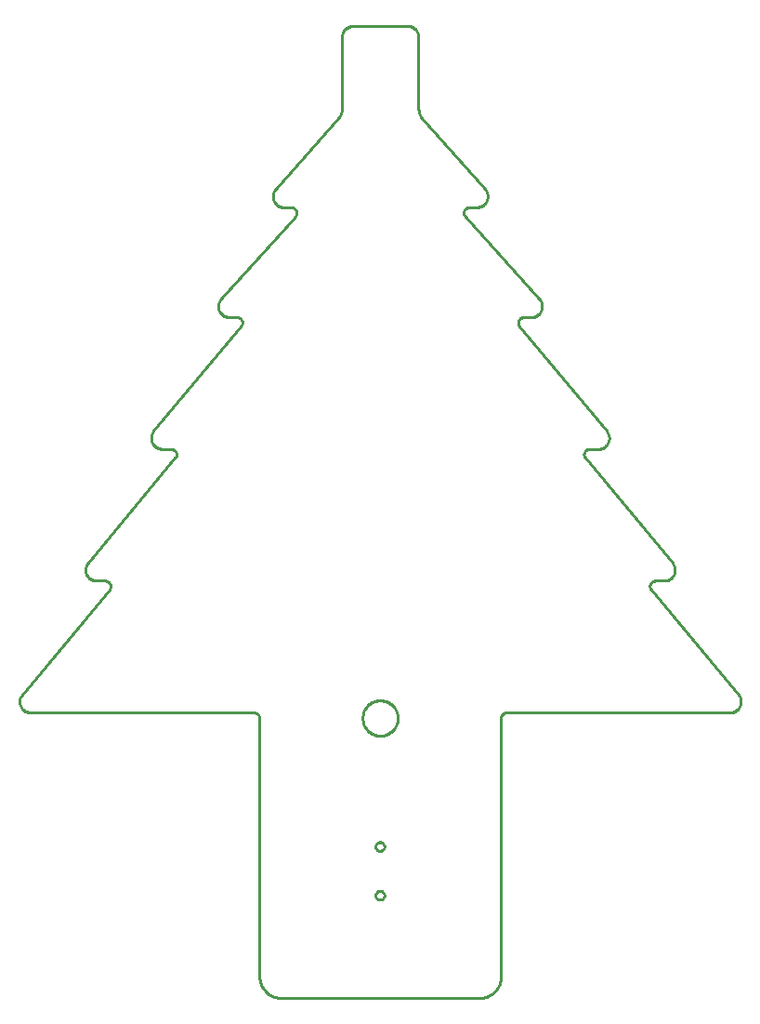
<source format=gko>
G04 EAGLE Gerber RS-274X export*
G75*
%MOMM*%
%FSLAX34Y34*%
%LPD*%
%INBoard Outline*%
%IPPOS*%
%AMOC8*
5,1,8,0,0,1.08239X$1,22.5*%
G01*
%ADD10C,0.000000*%
%ADD11C,0.254000*%


D10*
X204661Y736616D02*
X262498Y802165D01*
X262656Y802347D01*
X262808Y802534D01*
X262957Y802724D01*
X263100Y802917D01*
X263239Y803114D01*
X263373Y803314D01*
X263503Y803518D01*
X263627Y803724D01*
X263746Y803933D01*
X263861Y804146D01*
X263970Y804360D01*
X264074Y804578D01*
X264172Y804798D01*
X264266Y805020D01*
X264354Y805244D01*
X264436Y805471D01*
X264513Y805699D01*
X264585Y805929D01*
X264651Y806161D01*
X264711Y806394D01*
X264766Y806629D01*
X264815Y806865D01*
X264858Y807102D01*
X264896Y807340D01*
X264927Y807579D01*
X264954Y807819D01*
X264974Y808059D01*
X264988Y808299D01*
X264997Y808540D01*
X265000Y808781D01*
X265000Y875000D01*
X265003Y875242D01*
X265012Y875483D01*
X265026Y875724D01*
X265047Y875965D01*
X265073Y876205D01*
X265105Y876445D01*
X265143Y876684D01*
X265186Y876921D01*
X265236Y877158D01*
X265291Y877393D01*
X265351Y877627D01*
X265418Y877859D01*
X265489Y878090D01*
X265567Y878319D01*
X265650Y878546D01*
X265738Y878771D01*
X265832Y878994D01*
X265931Y879214D01*
X266036Y879432D01*
X266145Y879647D01*
X266260Y879860D01*
X266380Y880070D01*
X266505Y880276D01*
X266635Y880480D01*
X266770Y880681D01*
X266910Y880878D01*
X267054Y881072D01*
X267203Y881262D01*
X267357Y881448D01*
X267515Y881631D01*
X267677Y881810D01*
X267844Y881985D01*
X268015Y882156D01*
X268190Y882323D01*
X268369Y882485D01*
X268552Y882643D01*
X268738Y882797D01*
X268928Y882946D01*
X269122Y883090D01*
X269319Y883230D01*
X269520Y883365D01*
X269724Y883495D01*
X269930Y883620D01*
X270140Y883740D01*
X270353Y883855D01*
X270568Y883964D01*
X270786Y884069D01*
X271006Y884168D01*
X271229Y884262D01*
X271454Y884350D01*
X271681Y884433D01*
X271910Y884511D01*
X272141Y884582D01*
X272373Y884649D01*
X272607Y884709D01*
X272842Y884764D01*
X273079Y884814D01*
X273316Y884857D01*
X273555Y884895D01*
X273795Y884927D01*
X274035Y884953D01*
X274276Y884974D01*
X274517Y884988D01*
X274758Y884997D01*
X275000Y885000D01*
X325000Y885000D01*
X325242Y884997D01*
X325483Y884988D01*
X325724Y884974D01*
X325965Y884953D01*
X326205Y884927D01*
X326445Y884895D01*
X326684Y884857D01*
X326921Y884814D01*
X327158Y884764D01*
X327393Y884709D01*
X327627Y884649D01*
X327859Y884582D01*
X328090Y884511D01*
X328319Y884433D01*
X328546Y884350D01*
X328771Y884262D01*
X328994Y884168D01*
X329214Y884069D01*
X329432Y883964D01*
X329647Y883855D01*
X329860Y883740D01*
X330070Y883620D01*
X330276Y883495D01*
X330480Y883365D01*
X330681Y883230D01*
X330878Y883090D01*
X331072Y882946D01*
X331262Y882797D01*
X331448Y882643D01*
X331631Y882485D01*
X331810Y882323D01*
X331985Y882156D01*
X332156Y881985D01*
X332323Y881810D01*
X332485Y881631D01*
X332643Y881448D01*
X332797Y881262D01*
X332946Y881072D01*
X333090Y880878D01*
X333230Y880681D01*
X333365Y880480D01*
X333495Y880276D01*
X333620Y880070D01*
X333740Y879860D01*
X333855Y879647D01*
X333964Y879432D01*
X334069Y879214D01*
X334168Y878994D01*
X334262Y878771D01*
X334350Y878546D01*
X334433Y878319D01*
X334511Y878090D01*
X334582Y877859D01*
X334649Y877627D01*
X334709Y877393D01*
X334764Y877158D01*
X334814Y876921D01*
X334857Y876684D01*
X334895Y876445D01*
X334927Y876205D01*
X334953Y875965D01*
X334974Y875724D01*
X334988Y875483D01*
X334997Y875242D01*
X335000Y875000D01*
X335000Y808781D01*
X335003Y808540D01*
X335012Y808299D01*
X335026Y808059D01*
X335046Y807819D01*
X335073Y807579D01*
X335104Y807340D01*
X335142Y807102D01*
X335185Y806865D01*
X335234Y806629D01*
X335289Y806394D01*
X335349Y806161D01*
X335415Y805929D01*
X335487Y805699D01*
X335564Y805471D01*
X335646Y805244D01*
X335734Y805020D01*
X335828Y804798D01*
X335926Y804578D01*
X336030Y804360D01*
X336139Y804146D01*
X336254Y803933D01*
X336373Y803724D01*
X336497Y803518D01*
X336627Y803314D01*
X336761Y803114D01*
X336900Y802917D01*
X337043Y802724D01*
X337192Y802534D01*
X337344Y802347D01*
X337502Y802165D01*
X395339Y736616D01*
X395338Y736616D02*
X395498Y736431D01*
X395652Y736243D01*
X395802Y736050D01*
X395947Y735854D01*
X396088Y735654D01*
X396223Y735452D01*
X396354Y735245D01*
X396479Y735036D01*
X396600Y734824D01*
X396715Y734609D01*
X396825Y734391D01*
X396929Y734170D01*
X397028Y733947D01*
X397122Y733722D01*
X397210Y733494D01*
X397292Y733265D01*
X397369Y733033D01*
X397440Y732800D01*
X397506Y732564D01*
X397565Y732328D01*
X397619Y732090D01*
X397667Y731851D01*
X397709Y731610D01*
X397746Y731369D01*
X397776Y731127D01*
X397801Y730884D01*
X397819Y730641D01*
X397832Y730397D01*
X397839Y730153D01*
X397840Y729909D01*
X397834Y729665D01*
X397823Y729422D01*
X397806Y729178D01*
X397783Y728935D01*
X397754Y728693D01*
X397719Y728451D01*
X397679Y728211D01*
X397632Y727971D01*
X397580Y727733D01*
X397521Y727496D01*
X397457Y727261D01*
X397388Y727027D01*
X397312Y726795D01*
X397231Y726564D01*
X397145Y726336D01*
X397053Y726110D01*
X396955Y725887D01*
X396852Y725666D01*
X396743Y725447D01*
X396630Y725231D01*
X396511Y725018D01*
X396387Y724808D01*
X396257Y724601D01*
X396123Y724397D01*
X395984Y724197D01*
X395840Y724000D01*
X395691Y723806D01*
X395538Y723617D01*
X395380Y723431D01*
X395217Y723249D01*
X395050Y723071D01*
X394879Y722897D01*
X394703Y722727D01*
X394524Y722562D01*
X394341Y722401D01*
X394153Y722245D01*
X393962Y722093D01*
X393767Y721946D01*
X393569Y721804D01*
X393367Y721666D01*
X393162Y721534D01*
X392954Y721407D01*
X392743Y721284D01*
X392529Y721167D01*
X392312Y721056D01*
X392092Y720949D01*
X391870Y720848D01*
X391646Y720753D01*
X391419Y720662D01*
X391190Y720578D01*
X390959Y720499D01*
X390727Y720426D01*
X390492Y720358D01*
X390256Y720296D01*
X390019Y720240D01*
X389780Y720190D01*
X389540Y720146D01*
X389299Y720107D01*
X389057Y720074D01*
X388815Y720048D01*
X388571Y720027D01*
X388328Y720012D01*
X388084Y720003D01*
X387840Y720000D01*
X381227Y720000D01*
X381087Y719998D01*
X380946Y719992D01*
X380806Y719982D01*
X380666Y719968D01*
X380527Y719951D01*
X380388Y719929D01*
X380250Y719904D01*
X380113Y719874D01*
X379976Y719841D01*
X379841Y719804D01*
X379706Y719763D01*
X379573Y719719D01*
X379441Y719670D01*
X379311Y719618D01*
X379182Y719563D01*
X379054Y719503D01*
X378929Y719441D01*
X378805Y719374D01*
X378683Y719304D01*
X378563Y719231D01*
X378445Y719155D01*
X378330Y719075D01*
X378216Y718992D01*
X378106Y718906D01*
X377997Y718817D01*
X377891Y718724D01*
X377788Y718629D01*
X377687Y718531D01*
X377589Y718430D01*
X377495Y718327D01*
X377403Y718221D01*
X377314Y718112D01*
X377228Y718001D01*
X377145Y717887D01*
X377065Y717772D01*
X376989Y717654D01*
X376916Y717534D01*
X376847Y717411D01*
X376781Y717287D01*
X376718Y717162D01*
X376660Y717034D01*
X376604Y716905D01*
X376552Y716774D01*
X376504Y716642D01*
X376460Y716509D01*
X376420Y716375D01*
X376383Y716239D01*
X376350Y716103D01*
X376321Y715965D01*
X376296Y715827D01*
X376275Y715688D01*
X376257Y715549D01*
X376244Y715409D01*
X376234Y715269D01*
X376229Y715128D01*
X376227Y714988D01*
X376229Y714848D01*
X376236Y714707D01*
X376246Y714567D01*
X376260Y714427D01*
X376278Y714288D01*
X376300Y714149D01*
X376326Y714011D01*
X376355Y713874D01*
X376389Y713738D01*
X376426Y713602D01*
X376468Y713468D01*
X376512Y713335D01*
X376561Y713203D01*
X376613Y713073D01*
X376669Y712944D01*
X376729Y712817D01*
X376792Y712691D01*
X376859Y712568D01*
X376929Y712446D01*
X377002Y712326D01*
X377079Y712208D01*
X377159Y712093D01*
X377242Y711980D01*
X377329Y711869D01*
X377418Y711761D01*
X377511Y711655D01*
X377510Y711655D02*
X444979Y636690D01*
X445141Y636506D01*
X445298Y636317D01*
X445450Y636126D01*
X445598Y635930D01*
X445741Y635731D01*
X445879Y635528D01*
X446012Y635323D01*
X446140Y635114D01*
X446262Y634901D01*
X446380Y634686D01*
X446492Y634469D01*
X446599Y634248D01*
X446700Y634025D01*
X446796Y633799D01*
X446886Y633572D01*
X446971Y633342D01*
X447050Y633110D01*
X447124Y632876D01*
X447191Y632640D01*
X447253Y632403D01*
X447309Y632165D01*
X447359Y631925D01*
X447403Y631684D01*
X447442Y631442D01*
X447474Y631199D01*
X447500Y630955D01*
X447521Y630711D01*
X447535Y630466D01*
X447544Y630221D01*
X447546Y629976D01*
X447542Y629731D01*
X447533Y629486D01*
X447517Y629242D01*
X447496Y628998D01*
X447468Y628754D01*
X447435Y628511D01*
X447395Y628270D01*
X447350Y628029D01*
X447299Y627789D01*
X447241Y627551D01*
X447178Y627314D01*
X447110Y627079D01*
X447035Y626845D01*
X446955Y626614D01*
X446869Y626384D01*
X446778Y626157D01*
X446681Y625932D01*
X446579Y625709D01*
X446471Y625489D01*
X446357Y625272D01*
X446239Y625057D01*
X446115Y624846D01*
X445986Y624637D01*
X445852Y624432D01*
X445713Y624230D01*
X445570Y624032D01*
X445421Y623837D01*
X445268Y623646D01*
X445110Y623458D01*
X444947Y623275D01*
X444780Y623096D01*
X444609Y622921D01*
X444433Y622750D01*
X444253Y622583D01*
X444070Y622421D01*
X443882Y622263D01*
X443690Y622110D01*
X443495Y621962D01*
X443296Y621819D01*
X443094Y621680D01*
X442889Y621547D01*
X442680Y621419D01*
X442468Y621295D01*
X442253Y621177D01*
X442036Y621065D01*
X441815Y620957D01*
X441593Y620855D01*
X441367Y620759D01*
X441140Y620668D01*
X440910Y620583D01*
X440678Y620503D01*
X440445Y620429D01*
X440209Y620361D01*
X439972Y620299D01*
X439734Y620242D01*
X439494Y620192D01*
X439253Y620147D01*
X439011Y620108D01*
X438768Y620075D01*
X438525Y620048D01*
X438281Y620027D01*
X438036Y620012D01*
X437791Y620003D01*
X437546Y620000D01*
X430675Y620000D01*
X430535Y619998D01*
X430395Y619992D01*
X430256Y619982D01*
X430117Y619969D01*
X429978Y619951D01*
X429840Y619930D01*
X429702Y619904D01*
X429566Y619875D01*
X429430Y619842D01*
X429295Y619806D01*
X429161Y619765D01*
X429028Y619721D01*
X428897Y619673D01*
X428767Y619622D01*
X428638Y619566D01*
X428511Y619508D01*
X428386Y619445D01*
X428263Y619380D01*
X428141Y619310D01*
X428022Y619238D01*
X427904Y619162D01*
X427789Y619083D01*
X427676Y619001D01*
X427565Y618915D01*
X427457Y618827D01*
X427351Y618735D01*
X427248Y618641D01*
X427147Y618543D01*
X427050Y618443D01*
X426955Y618341D01*
X426863Y618235D01*
X426774Y618128D01*
X426688Y618017D01*
X426605Y617904D01*
X426525Y617790D01*
X426449Y617672D01*
X426376Y617553D01*
X426306Y617432D01*
X426240Y617309D01*
X426177Y617184D01*
X426118Y617057D01*
X426062Y616929D01*
X426010Y616799D01*
X425961Y616668D01*
X425917Y616536D01*
X425876Y616402D01*
X425838Y616267D01*
X425805Y616131D01*
X425775Y615995D01*
X425749Y615857D01*
X425727Y615719D01*
X425709Y615581D01*
X425695Y615441D01*
X425684Y615302D01*
X425678Y615162D01*
X425675Y615023D01*
X425676Y614883D01*
X425682Y614743D01*
X425691Y614603D01*
X425704Y614464D01*
X425721Y614325D01*
X425742Y614187D01*
X425766Y614049D01*
X425795Y613913D01*
X425827Y613776D01*
X425863Y613641D01*
X425903Y613507D01*
X425947Y613374D01*
X425994Y613243D01*
X426045Y613113D01*
X426099Y612984D01*
X426158Y612857D01*
X426219Y612731D01*
X426285Y612607D01*
X426353Y612486D01*
X426425Y612366D01*
X426501Y612248D01*
X426579Y612132D01*
X426661Y612019D01*
X426746Y611908D01*
X426834Y611799D01*
X506332Y516402D01*
X506486Y516213D01*
X506635Y516020D01*
X506779Y515824D01*
X506919Y515624D01*
X507053Y515421D01*
X507183Y515215D01*
X507307Y515005D01*
X507427Y514793D01*
X507541Y514578D01*
X507650Y514360D01*
X507753Y514139D01*
X507851Y513916D01*
X507944Y513691D01*
X508031Y513464D01*
X508113Y513234D01*
X508189Y513003D01*
X508259Y512769D01*
X508323Y512535D01*
X508382Y512298D01*
X508435Y512060D01*
X508483Y511821D01*
X508524Y511581D01*
X508560Y511340D01*
X508589Y511099D01*
X508613Y510856D01*
X508631Y510613D01*
X508643Y510370D01*
X508649Y510126D01*
X508649Y509883D01*
X508643Y509639D01*
X508632Y509396D01*
X508614Y509153D01*
X508590Y508911D01*
X508561Y508669D01*
X508526Y508428D01*
X508484Y508188D01*
X508437Y507949D01*
X508384Y507711D01*
X508326Y507474D01*
X508261Y507239D01*
X508191Y507006D01*
X508116Y506775D01*
X508034Y506545D01*
X507947Y506318D01*
X507855Y506092D01*
X507757Y505869D01*
X507654Y505648D01*
X507545Y505430D01*
X507431Y505215D01*
X507312Y505003D01*
X507188Y504793D01*
X507058Y504587D01*
X506924Y504384D01*
X506785Y504184D01*
X506640Y503987D01*
X506492Y503794D01*
X506338Y503605D01*
X506180Y503420D01*
X506018Y503238D01*
X505851Y503061D01*
X505680Y502888D01*
X505504Y502719D01*
X505325Y502554D01*
X505141Y502393D01*
X504954Y502237D01*
X504763Y502086D01*
X504569Y501940D01*
X504371Y501798D01*
X504169Y501661D01*
X503964Y501529D01*
X503756Y501402D01*
X503546Y501280D01*
X503332Y501164D01*
X503115Y501052D01*
X502896Y500946D01*
X502674Y500845D01*
X502450Y500750D01*
X502223Y500660D01*
X501995Y500576D01*
X501764Y500497D01*
X501532Y500424D01*
X501298Y500357D01*
X501062Y500295D01*
X500825Y500239D01*
X500587Y500189D01*
X500347Y500145D01*
X500106Y500107D01*
X499865Y500074D01*
X499623Y500047D01*
X499380Y500027D01*
X499137Y500012D01*
X498894Y500003D01*
X498650Y500000D01*
X490675Y500000D01*
X490535Y499998D01*
X490395Y499992D01*
X490256Y499982D01*
X490117Y499969D01*
X489978Y499951D01*
X489840Y499930D01*
X489702Y499904D01*
X489566Y499875D01*
X489430Y499842D01*
X489295Y499806D01*
X489161Y499765D01*
X489028Y499721D01*
X488897Y499673D01*
X488767Y499622D01*
X488638Y499566D01*
X488511Y499508D01*
X488386Y499445D01*
X488263Y499380D01*
X488141Y499310D01*
X488022Y499238D01*
X487904Y499162D01*
X487789Y499083D01*
X487676Y499001D01*
X487565Y498915D01*
X487457Y498827D01*
X487351Y498735D01*
X487248Y498641D01*
X487147Y498543D01*
X487050Y498443D01*
X486955Y498341D01*
X486863Y498235D01*
X486774Y498128D01*
X486688Y498017D01*
X486605Y497904D01*
X486525Y497790D01*
X486449Y497672D01*
X486376Y497553D01*
X486306Y497432D01*
X486240Y497309D01*
X486177Y497184D01*
X486118Y497057D01*
X486062Y496929D01*
X486010Y496799D01*
X485961Y496668D01*
X485917Y496536D01*
X485876Y496402D01*
X485838Y496267D01*
X485805Y496131D01*
X485775Y495995D01*
X485749Y495857D01*
X485727Y495719D01*
X485709Y495581D01*
X485695Y495441D01*
X485684Y495302D01*
X485678Y495162D01*
X485675Y495023D01*
X485676Y494883D01*
X485682Y494743D01*
X485691Y494603D01*
X485704Y494464D01*
X485721Y494325D01*
X485742Y494187D01*
X485766Y494049D01*
X485795Y493913D01*
X485827Y493776D01*
X485863Y493641D01*
X485903Y493507D01*
X485947Y493374D01*
X485994Y493243D01*
X486045Y493113D01*
X486099Y492984D01*
X486158Y492857D01*
X486219Y492731D01*
X486285Y492607D01*
X486353Y492486D01*
X486425Y492366D01*
X486501Y492248D01*
X486579Y492132D01*
X486661Y492019D01*
X486746Y491908D01*
X486834Y491799D01*
X566332Y396402D01*
X566486Y396213D01*
X566635Y396020D01*
X566779Y395824D01*
X566919Y395624D01*
X567053Y395421D01*
X567183Y395215D01*
X567307Y395005D01*
X567427Y394793D01*
X567541Y394578D01*
X567650Y394360D01*
X567753Y394139D01*
X567851Y393916D01*
X567944Y393691D01*
X568031Y393464D01*
X568113Y393234D01*
X568189Y393003D01*
X568259Y392769D01*
X568323Y392535D01*
X568382Y392298D01*
X568435Y392060D01*
X568483Y391821D01*
X568524Y391581D01*
X568560Y391340D01*
X568589Y391099D01*
X568613Y390856D01*
X568631Y390613D01*
X568643Y390370D01*
X568649Y390126D01*
X568649Y389883D01*
X568643Y389639D01*
X568632Y389396D01*
X568614Y389153D01*
X568590Y388911D01*
X568561Y388669D01*
X568526Y388428D01*
X568484Y388188D01*
X568437Y387949D01*
X568384Y387711D01*
X568326Y387474D01*
X568261Y387239D01*
X568191Y387006D01*
X568116Y386775D01*
X568034Y386545D01*
X567947Y386318D01*
X567855Y386092D01*
X567757Y385869D01*
X567654Y385648D01*
X567545Y385430D01*
X567431Y385215D01*
X567312Y385003D01*
X567188Y384793D01*
X567058Y384587D01*
X566924Y384384D01*
X566785Y384184D01*
X566640Y383987D01*
X566492Y383794D01*
X566338Y383605D01*
X566180Y383420D01*
X566018Y383238D01*
X565851Y383061D01*
X565680Y382888D01*
X565504Y382719D01*
X565325Y382554D01*
X565141Y382393D01*
X564954Y382237D01*
X564763Y382086D01*
X564569Y381940D01*
X564371Y381798D01*
X564169Y381661D01*
X563964Y381529D01*
X563756Y381402D01*
X563546Y381280D01*
X563332Y381164D01*
X563115Y381052D01*
X562896Y380946D01*
X562674Y380845D01*
X562450Y380750D01*
X562223Y380660D01*
X561995Y380576D01*
X561764Y380497D01*
X561532Y380424D01*
X561298Y380357D01*
X561062Y380295D01*
X560825Y380239D01*
X560587Y380189D01*
X560347Y380145D01*
X560106Y380107D01*
X559865Y380074D01*
X559623Y380047D01*
X559380Y380027D01*
X559137Y380012D01*
X558894Y380003D01*
X558650Y380000D01*
X550675Y380000D01*
X550535Y379998D01*
X550395Y379992D01*
X550256Y379982D01*
X550117Y379969D01*
X549978Y379951D01*
X549840Y379930D01*
X549702Y379904D01*
X549566Y379875D01*
X549430Y379842D01*
X549295Y379806D01*
X549161Y379765D01*
X549028Y379721D01*
X548897Y379673D01*
X548767Y379622D01*
X548638Y379566D01*
X548511Y379508D01*
X548386Y379445D01*
X548263Y379380D01*
X548141Y379310D01*
X548022Y379238D01*
X547904Y379162D01*
X547789Y379083D01*
X547676Y379001D01*
X547565Y378915D01*
X547457Y378827D01*
X547351Y378735D01*
X547248Y378641D01*
X547147Y378543D01*
X547050Y378443D01*
X546955Y378341D01*
X546863Y378235D01*
X546774Y378128D01*
X546688Y378017D01*
X546605Y377904D01*
X546525Y377790D01*
X546449Y377672D01*
X546376Y377553D01*
X546306Y377432D01*
X546240Y377309D01*
X546177Y377184D01*
X546118Y377057D01*
X546062Y376929D01*
X546010Y376799D01*
X545961Y376668D01*
X545917Y376536D01*
X545876Y376402D01*
X545838Y376267D01*
X545805Y376131D01*
X545775Y375995D01*
X545749Y375857D01*
X545727Y375719D01*
X545709Y375581D01*
X545695Y375441D01*
X545684Y375302D01*
X545678Y375162D01*
X545675Y375023D01*
X545676Y374883D01*
X545682Y374743D01*
X545691Y374603D01*
X545704Y374464D01*
X545721Y374325D01*
X545742Y374187D01*
X545766Y374049D01*
X545795Y373913D01*
X545827Y373776D01*
X545863Y373641D01*
X545903Y373507D01*
X545947Y373374D01*
X545994Y373243D01*
X546045Y373113D01*
X546099Y372984D01*
X546158Y372857D01*
X546219Y372731D01*
X546285Y372607D01*
X546353Y372486D01*
X546425Y372366D01*
X546501Y372248D01*
X546579Y372132D01*
X546661Y372019D01*
X546746Y371908D01*
X546834Y371799D01*
X626332Y276402D01*
X626486Y276213D01*
X626635Y276020D01*
X626779Y275824D01*
X626919Y275624D01*
X627053Y275421D01*
X627183Y275215D01*
X627307Y275005D01*
X627427Y274793D01*
X627541Y274578D01*
X627650Y274360D01*
X627753Y274139D01*
X627851Y273916D01*
X627944Y273691D01*
X628031Y273464D01*
X628113Y273234D01*
X628189Y273003D01*
X628259Y272769D01*
X628323Y272535D01*
X628382Y272298D01*
X628435Y272060D01*
X628483Y271821D01*
X628524Y271581D01*
X628560Y271340D01*
X628589Y271099D01*
X628613Y270856D01*
X628631Y270613D01*
X628643Y270370D01*
X628649Y270126D01*
X628649Y269883D01*
X628643Y269639D01*
X628632Y269396D01*
X628614Y269153D01*
X628590Y268911D01*
X628561Y268669D01*
X628526Y268428D01*
X628484Y268188D01*
X628437Y267949D01*
X628384Y267711D01*
X628326Y267474D01*
X628261Y267239D01*
X628191Y267006D01*
X628116Y266775D01*
X628034Y266545D01*
X627947Y266318D01*
X627855Y266092D01*
X627757Y265869D01*
X627654Y265648D01*
X627545Y265430D01*
X627431Y265215D01*
X627312Y265003D01*
X627188Y264793D01*
X627058Y264587D01*
X626924Y264384D01*
X626785Y264184D01*
X626640Y263987D01*
X626492Y263794D01*
X626338Y263605D01*
X626180Y263420D01*
X626018Y263238D01*
X625851Y263061D01*
X625680Y262888D01*
X625504Y262719D01*
X625325Y262554D01*
X625141Y262393D01*
X624954Y262237D01*
X624763Y262086D01*
X624569Y261940D01*
X624371Y261798D01*
X624169Y261661D01*
X623964Y261529D01*
X623756Y261402D01*
X623546Y261280D01*
X623332Y261164D01*
X623115Y261052D01*
X622896Y260946D01*
X622674Y260845D01*
X622450Y260750D01*
X622223Y260660D01*
X621995Y260576D01*
X621764Y260497D01*
X621532Y260424D01*
X621298Y260357D01*
X621062Y260295D01*
X620825Y260239D01*
X620587Y260189D01*
X620347Y260145D01*
X620106Y260107D01*
X619865Y260074D01*
X619623Y260047D01*
X619380Y260027D01*
X619137Y260012D01*
X618894Y260003D01*
X618650Y260000D01*
X415000Y260000D01*
X414860Y259998D01*
X414720Y259992D01*
X414580Y259982D01*
X414440Y259969D01*
X414301Y259951D01*
X414162Y259929D01*
X414025Y259904D01*
X413887Y259875D01*
X413751Y259842D01*
X413616Y259805D01*
X413482Y259764D01*
X413349Y259719D01*
X413217Y259671D01*
X413087Y259619D01*
X412958Y259564D01*
X412831Y259505D01*
X412705Y259442D01*
X412581Y259376D01*
X412460Y259307D01*
X412340Y259234D01*
X412222Y259157D01*
X412107Y259078D01*
X411993Y258995D01*
X411883Y258909D01*
X411774Y258820D01*
X411668Y258728D01*
X411565Y258633D01*
X411464Y258536D01*
X411367Y258435D01*
X411272Y258332D01*
X411180Y258226D01*
X411091Y258117D01*
X411005Y258007D01*
X410922Y257893D01*
X410843Y257778D01*
X410766Y257660D01*
X410693Y257540D01*
X410624Y257419D01*
X410558Y257295D01*
X410495Y257169D01*
X410436Y257042D01*
X410381Y256913D01*
X410329Y256783D01*
X410281Y256651D01*
X410236Y256518D01*
X410195Y256384D01*
X410158Y256249D01*
X410125Y256113D01*
X410096Y255975D01*
X410071Y255838D01*
X410049Y255699D01*
X410031Y255560D01*
X410018Y255420D01*
X410008Y255280D01*
X410002Y255140D01*
X410000Y255000D01*
X410000Y20000D01*
X409994Y19517D01*
X409977Y19034D01*
X409947Y18551D01*
X409907Y18070D01*
X409854Y17589D01*
X409790Y17110D01*
X409715Y16633D01*
X409627Y16157D01*
X409529Y15684D01*
X409419Y15214D01*
X409298Y14746D01*
X409165Y14281D01*
X409021Y13820D01*
X408866Y13362D01*
X408700Y12908D01*
X408523Y12458D01*
X408336Y12013D01*
X408137Y11572D01*
X407929Y11136D01*
X407709Y10706D01*
X407479Y10280D01*
X407239Y9861D01*
X406989Y9447D01*
X406729Y9040D01*
X406460Y8639D01*
X406180Y8244D01*
X405892Y7857D01*
X405593Y7476D01*
X405286Y7103D01*
X404970Y6738D01*
X404645Y6380D01*
X404312Y6030D01*
X403970Y5688D01*
X403620Y5355D01*
X403262Y5030D01*
X402897Y4714D01*
X402524Y4407D01*
X402143Y4108D01*
X401756Y3820D01*
X401361Y3540D01*
X400960Y3271D01*
X400553Y3011D01*
X400139Y2761D01*
X399720Y2521D01*
X399294Y2291D01*
X398864Y2071D01*
X398428Y1863D01*
X397987Y1664D01*
X397542Y1477D01*
X397092Y1300D01*
X396638Y1134D01*
X396180Y979D01*
X395719Y835D01*
X395254Y702D01*
X394786Y581D01*
X394316Y471D01*
X393843Y373D01*
X393367Y285D01*
X392890Y210D01*
X392411Y146D01*
X391930Y93D01*
X391449Y53D01*
X390966Y23D01*
X390483Y6D01*
X390000Y0D01*
X210000Y0D01*
X209517Y6D01*
X209034Y23D01*
X208551Y53D01*
X208070Y93D01*
X207589Y146D01*
X207110Y210D01*
X206633Y285D01*
X206157Y373D01*
X205684Y471D01*
X205214Y581D01*
X204746Y702D01*
X204281Y835D01*
X203820Y979D01*
X203362Y1134D01*
X202908Y1300D01*
X202458Y1477D01*
X202013Y1664D01*
X201572Y1863D01*
X201136Y2071D01*
X200706Y2291D01*
X200280Y2521D01*
X199861Y2761D01*
X199447Y3011D01*
X199040Y3271D01*
X198639Y3540D01*
X198244Y3820D01*
X197857Y4108D01*
X197476Y4407D01*
X197103Y4714D01*
X196738Y5030D01*
X196380Y5355D01*
X196030Y5688D01*
X195688Y6030D01*
X195355Y6380D01*
X195030Y6738D01*
X194714Y7103D01*
X194407Y7476D01*
X194108Y7857D01*
X193820Y8244D01*
X193540Y8639D01*
X193271Y9040D01*
X193011Y9447D01*
X192761Y9861D01*
X192521Y10280D01*
X192291Y10706D01*
X192071Y11136D01*
X191863Y11572D01*
X191664Y12013D01*
X191477Y12458D01*
X191300Y12908D01*
X191134Y13362D01*
X190979Y13820D01*
X190835Y14281D01*
X190702Y14746D01*
X190581Y15214D01*
X190471Y15684D01*
X190373Y16157D01*
X190285Y16633D01*
X190210Y17110D01*
X190146Y17589D01*
X190093Y18070D01*
X190053Y18551D01*
X190023Y19034D01*
X190006Y19517D01*
X190000Y20000D01*
X190000Y255000D01*
X189998Y255140D01*
X189992Y255280D01*
X189982Y255420D01*
X189969Y255560D01*
X189951Y255699D01*
X189929Y255838D01*
X189904Y255975D01*
X189875Y256113D01*
X189842Y256249D01*
X189805Y256384D01*
X189764Y256518D01*
X189719Y256651D01*
X189671Y256783D01*
X189619Y256913D01*
X189564Y257042D01*
X189505Y257169D01*
X189442Y257295D01*
X189376Y257419D01*
X189307Y257540D01*
X189234Y257660D01*
X189157Y257778D01*
X189078Y257893D01*
X188995Y258007D01*
X188909Y258117D01*
X188820Y258226D01*
X188728Y258332D01*
X188633Y258435D01*
X188536Y258536D01*
X188435Y258633D01*
X188332Y258728D01*
X188226Y258820D01*
X188117Y258909D01*
X188007Y258995D01*
X187893Y259078D01*
X187778Y259157D01*
X187660Y259234D01*
X187540Y259307D01*
X187419Y259376D01*
X187295Y259442D01*
X187169Y259505D01*
X187042Y259564D01*
X186913Y259619D01*
X186783Y259671D01*
X186651Y259719D01*
X186518Y259764D01*
X186384Y259805D01*
X186249Y259842D01*
X186113Y259875D01*
X185975Y259904D01*
X185838Y259929D01*
X185699Y259951D01*
X185560Y259969D01*
X185420Y259982D01*
X185280Y259992D01*
X185140Y259998D01*
X185000Y260000D01*
X-18650Y260000D01*
X-18894Y260003D01*
X-19137Y260012D01*
X-19380Y260027D01*
X-19623Y260047D01*
X-19865Y260074D01*
X-20106Y260107D01*
X-20347Y260145D01*
X-20587Y260189D01*
X-20825Y260239D01*
X-21062Y260295D01*
X-21298Y260357D01*
X-21532Y260424D01*
X-21764Y260497D01*
X-21995Y260576D01*
X-22223Y260660D01*
X-22450Y260750D01*
X-22674Y260845D01*
X-22896Y260946D01*
X-23115Y261052D01*
X-23332Y261164D01*
X-23545Y261280D01*
X-23756Y261402D01*
X-23964Y261529D01*
X-24169Y261661D01*
X-24371Y261798D01*
X-24569Y261940D01*
X-24763Y262086D01*
X-24954Y262237D01*
X-25141Y262393D01*
X-25325Y262554D01*
X-25504Y262719D01*
X-25680Y262888D01*
X-25851Y263061D01*
X-26018Y263238D01*
X-26180Y263420D01*
X-26338Y263605D01*
X-26492Y263794D01*
X-26640Y263987D01*
X-26785Y264184D01*
X-26924Y264384D01*
X-27058Y264587D01*
X-27188Y264793D01*
X-27312Y265003D01*
X-27431Y265215D01*
X-27545Y265430D01*
X-27654Y265648D01*
X-27757Y265869D01*
X-27855Y266092D01*
X-27947Y266318D01*
X-28034Y266545D01*
X-28116Y266775D01*
X-28191Y267006D01*
X-28261Y267239D01*
X-28326Y267474D01*
X-28384Y267711D01*
X-28437Y267949D01*
X-28484Y268188D01*
X-28526Y268428D01*
X-28561Y268669D01*
X-28590Y268911D01*
X-28614Y269153D01*
X-28632Y269396D01*
X-28643Y269639D01*
X-28649Y269883D01*
X-28649Y270126D01*
X-28643Y270370D01*
X-28631Y270613D01*
X-28613Y270856D01*
X-28589Y271099D01*
X-28560Y271340D01*
X-28524Y271581D01*
X-28483Y271821D01*
X-28435Y272060D01*
X-28382Y272298D01*
X-28323Y272535D01*
X-28259Y272769D01*
X-28189Y273003D01*
X-28113Y273234D01*
X-28031Y273464D01*
X-27944Y273691D01*
X-27851Y273916D01*
X-27753Y274139D01*
X-27650Y274360D01*
X-27541Y274578D01*
X-27427Y274793D01*
X-27307Y275005D01*
X-27183Y275215D01*
X-27053Y275421D01*
X-26919Y275624D01*
X-26779Y275824D01*
X-26635Y276020D01*
X-26486Y276213D01*
X-26332Y276402D01*
X53166Y371799D01*
X53254Y371908D01*
X53339Y372019D01*
X53421Y372132D01*
X53499Y372248D01*
X53575Y372366D01*
X53647Y372486D01*
X53715Y372607D01*
X53781Y372731D01*
X53842Y372857D01*
X53900Y372984D01*
X53955Y373113D01*
X54006Y373243D01*
X54053Y373374D01*
X54097Y373507D01*
X54137Y373641D01*
X54173Y373776D01*
X54205Y373912D01*
X54234Y374049D01*
X54258Y374187D01*
X54279Y374325D01*
X54296Y374464D01*
X54309Y374603D01*
X54318Y374743D01*
X54324Y374883D01*
X54325Y375023D01*
X54322Y375162D01*
X54316Y375302D01*
X54305Y375441D01*
X54291Y375581D01*
X54273Y375719D01*
X54251Y375857D01*
X54225Y375995D01*
X54195Y376131D01*
X54162Y376267D01*
X54124Y376402D01*
X54083Y376536D01*
X54039Y376668D01*
X53990Y376799D01*
X53938Y376929D01*
X53882Y377057D01*
X53823Y377184D01*
X53760Y377309D01*
X53694Y377432D01*
X53624Y377553D01*
X53551Y377672D01*
X53475Y377790D01*
X53395Y377905D01*
X53312Y378017D01*
X53226Y378128D01*
X53137Y378235D01*
X53045Y378341D01*
X52950Y378443D01*
X52853Y378543D01*
X52752Y378641D01*
X52649Y378735D01*
X52543Y378827D01*
X52435Y378915D01*
X52324Y379001D01*
X52211Y379083D01*
X52096Y379162D01*
X51978Y379238D01*
X51859Y379310D01*
X51737Y379380D01*
X51614Y379445D01*
X51489Y379508D01*
X51362Y379566D01*
X51233Y379622D01*
X51103Y379673D01*
X50972Y379721D01*
X50839Y379765D01*
X50705Y379806D01*
X50570Y379842D01*
X50434Y379875D01*
X50298Y379904D01*
X50160Y379930D01*
X50022Y379951D01*
X49883Y379969D01*
X49744Y379982D01*
X49605Y379992D01*
X49465Y379998D01*
X49325Y380000D01*
X41350Y380000D01*
X41106Y380003D01*
X40863Y380012D01*
X40620Y380027D01*
X40377Y380047D01*
X40135Y380074D01*
X39894Y380107D01*
X39653Y380145D01*
X39413Y380189D01*
X39175Y380239D01*
X38938Y380295D01*
X38702Y380357D01*
X38468Y380424D01*
X38236Y380497D01*
X38005Y380576D01*
X37777Y380660D01*
X37550Y380750D01*
X37326Y380845D01*
X37104Y380946D01*
X36885Y381052D01*
X36668Y381164D01*
X36455Y381280D01*
X36244Y381402D01*
X36036Y381529D01*
X35831Y381661D01*
X35629Y381798D01*
X35431Y381940D01*
X35237Y382086D01*
X35046Y382237D01*
X34859Y382393D01*
X34675Y382554D01*
X34496Y382719D01*
X34320Y382888D01*
X34149Y383061D01*
X33982Y383238D01*
X33820Y383420D01*
X33662Y383605D01*
X33508Y383794D01*
X33360Y383987D01*
X33215Y384184D01*
X33076Y384384D01*
X32942Y384587D01*
X32812Y384793D01*
X32688Y385003D01*
X32569Y385215D01*
X32455Y385430D01*
X32346Y385648D01*
X32243Y385869D01*
X32145Y386092D01*
X32053Y386318D01*
X31966Y386545D01*
X31884Y386775D01*
X31809Y387006D01*
X31739Y387239D01*
X31674Y387474D01*
X31616Y387711D01*
X31563Y387949D01*
X31516Y388188D01*
X31474Y388428D01*
X31439Y388669D01*
X31410Y388911D01*
X31386Y389153D01*
X31368Y389396D01*
X31357Y389639D01*
X31351Y389883D01*
X31351Y390126D01*
X31357Y390370D01*
X31369Y390613D01*
X31387Y390856D01*
X31411Y391099D01*
X31440Y391340D01*
X31476Y391581D01*
X31517Y391821D01*
X31565Y392060D01*
X31618Y392298D01*
X31677Y392535D01*
X31741Y392769D01*
X31811Y393003D01*
X31887Y393234D01*
X31969Y393464D01*
X32056Y393691D01*
X32149Y393916D01*
X32247Y394139D01*
X32350Y394360D01*
X32459Y394578D01*
X32573Y394793D01*
X32693Y395005D01*
X32817Y395215D01*
X32947Y395421D01*
X33081Y395624D01*
X33221Y395824D01*
X33365Y396020D01*
X33514Y396213D01*
X33668Y396402D01*
X113166Y491799D01*
X113254Y491908D01*
X113339Y492019D01*
X113421Y492132D01*
X113499Y492248D01*
X113575Y492366D01*
X113647Y492486D01*
X113715Y492607D01*
X113781Y492731D01*
X113842Y492857D01*
X113900Y492984D01*
X113955Y493113D01*
X114006Y493243D01*
X114053Y493374D01*
X114097Y493507D01*
X114137Y493641D01*
X114173Y493776D01*
X114205Y493912D01*
X114234Y494049D01*
X114258Y494187D01*
X114279Y494325D01*
X114296Y494464D01*
X114309Y494603D01*
X114318Y494743D01*
X114324Y494883D01*
X114325Y495023D01*
X114322Y495162D01*
X114316Y495302D01*
X114305Y495441D01*
X114291Y495581D01*
X114273Y495719D01*
X114251Y495857D01*
X114225Y495995D01*
X114195Y496131D01*
X114162Y496267D01*
X114124Y496402D01*
X114083Y496536D01*
X114039Y496668D01*
X113990Y496799D01*
X113938Y496929D01*
X113882Y497057D01*
X113823Y497184D01*
X113760Y497309D01*
X113694Y497432D01*
X113624Y497553D01*
X113551Y497672D01*
X113475Y497790D01*
X113395Y497905D01*
X113312Y498017D01*
X113226Y498128D01*
X113137Y498235D01*
X113045Y498341D01*
X112950Y498443D01*
X112853Y498543D01*
X112752Y498641D01*
X112649Y498735D01*
X112543Y498827D01*
X112435Y498915D01*
X112324Y499001D01*
X112211Y499083D01*
X112096Y499162D01*
X111978Y499238D01*
X111859Y499310D01*
X111737Y499380D01*
X111614Y499445D01*
X111489Y499508D01*
X111362Y499566D01*
X111233Y499622D01*
X111103Y499673D01*
X110972Y499721D01*
X110839Y499765D01*
X110705Y499806D01*
X110570Y499842D01*
X110434Y499875D01*
X110298Y499904D01*
X110160Y499930D01*
X110022Y499951D01*
X109883Y499969D01*
X109744Y499982D01*
X109605Y499992D01*
X109465Y499998D01*
X109325Y500000D01*
X101350Y500000D01*
X101106Y500003D01*
X100863Y500012D01*
X100620Y500027D01*
X100377Y500047D01*
X100135Y500074D01*
X99894Y500107D01*
X99653Y500145D01*
X99413Y500189D01*
X99175Y500239D01*
X98938Y500295D01*
X98702Y500357D01*
X98468Y500424D01*
X98236Y500497D01*
X98005Y500576D01*
X97777Y500660D01*
X97550Y500750D01*
X97326Y500845D01*
X97104Y500946D01*
X96885Y501052D01*
X96668Y501164D01*
X96455Y501280D01*
X96244Y501402D01*
X96036Y501529D01*
X95831Y501661D01*
X95629Y501798D01*
X95431Y501940D01*
X95237Y502086D01*
X95046Y502237D01*
X94859Y502393D01*
X94675Y502554D01*
X94496Y502719D01*
X94320Y502888D01*
X94149Y503061D01*
X93982Y503238D01*
X93820Y503420D01*
X93662Y503605D01*
X93508Y503794D01*
X93360Y503987D01*
X93215Y504184D01*
X93076Y504384D01*
X92942Y504587D01*
X92812Y504793D01*
X92688Y505003D01*
X92569Y505215D01*
X92455Y505430D01*
X92346Y505648D01*
X92243Y505869D01*
X92145Y506092D01*
X92053Y506318D01*
X91966Y506545D01*
X91884Y506775D01*
X91809Y507006D01*
X91739Y507239D01*
X91674Y507474D01*
X91616Y507711D01*
X91563Y507949D01*
X91516Y508188D01*
X91474Y508428D01*
X91439Y508669D01*
X91410Y508911D01*
X91386Y509153D01*
X91368Y509396D01*
X91357Y509639D01*
X91351Y509883D01*
X91351Y510126D01*
X91357Y510370D01*
X91369Y510613D01*
X91387Y510856D01*
X91411Y511099D01*
X91440Y511340D01*
X91476Y511581D01*
X91517Y511821D01*
X91565Y512060D01*
X91618Y512298D01*
X91677Y512535D01*
X91741Y512769D01*
X91811Y513003D01*
X91887Y513234D01*
X91969Y513464D01*
X92056Y513691D01*
X92149Y513916D01*
X92247Y514139D01*
X92350Y514360D01*
X92459Y514578D01*
X92573Y514793D01*
X92693Y515005D01*
X92817Y515215D01*
X92947Y515421D01*
X93081Y515624D01*
X93221Y515824D01*
X93365Y516020D01*
X93514Y516213D01*
X93668Y516402D01*
X173166Y611799D01*
X173254Y611908D01*
X173339Y612019D01*
X173421Y612132D01*
X173499Y612248D01*
X173575Y612366D01*
X173647Y612486D01*
X173715Y612607D01*
X173781Y612731D01*
X173842Y612857D01*
X173900Y612984D01*
X173955Y613113D01*
X174006Y613243D01*
X174053Y613374D01*
X174097Y613507D01*
X174137Y613641D01*
X174173Y613776D01*
X174205Y613912D01*
X174234Y614049D01*
X174258Y614187D01*
X174279Y614325D01*
X174296Y614464D01*
X174309Y614603D01*
X174318Y614743D01*
X174324Y614883D01*
X174325Y615023D01*
X174322Y615162D01*
X174316Y615302D01*
X174305Y615441D01*
X174291Y615581D01*
X174273Y615719D01*
X174251Y615857D01*
X174225Y615995D01*
X174195Y616131D01*
X174162Y616267D01*
X174124Y616402D01*
X174083Y616536D01*
X174039Y616668D01*
X173990Y616799D01*
X173938Y616929D01*
X173882Y617057D01*
X173823Y617184D01*
X173760Y617309D01*
X173694Y617432D01*
X173624Y617553D01*
X173551Y617672D01*
X173475Y617790D01*
X173395Y617905D01*
X173312Y618017D01*
X173226Y618128D01*
X173137Y618235D01*
X173045Y618341D01*
X172950Y618443D01*
X172853Y618543D01*
X172752Y618641D01*
X172649Y618735D01*
X172543Y618827D01*
X172435Y618915D01*
X172324Y619001D01*
X172211Y619083D01*
X172096Y619162D01*
X171978Y619238D01*
X171859Y619310D01*
X171737Y619380D01*
X171614Y619445D01*
X171489Y619508D01*
X171362Y619566D01*
X171233Y619622D01*
X171103Y619673D01*
X170972Y619721D01*
X170839Y619765D01*
X170705Y619806D01*
X170570Y619842D01*
X170434Y619875D01*
X170298Y619904D01*
X170160Y619930D01*
X170022Y619951D01*
X169883Y619969D01*
X169744Y619982D01*
X169605Y619992D01*
X169465Y619998D01*
X169325Y620000D01*
X162454Y620000D01*
X162209Y620003D01*
X161964Y620012D01*
X161719Y620027D01*
X161475Y620048D01*
X161232Y620075D01*
X160989Y620108D01*
X160747Y620147D01*
X160506Y620192D01*
X160266Y620242D01*
X160028Y620299D01*
X159791Y620361D01*
X159555Y620429D01*
X159322Y620503D01*
X159090Y620583D01*
X158860Y620668D01*
X158633Y620759D01*
X158407Y620855D01*
X158185Y620957D01*
X157964Y621065D01*
X157747Y621177D01*
X157532Y621295D01*
X157320Y621419D01*
X157111Y621547D01*
X156906Y621680D01*
X156704Y621819D01*
X156505Y621962D01*
X156310Y622110D01*
X156118Y622263D01*
X155930Y622421D01*
X155747Y622583D01*
X155567Y622750D01*
X155391Y622921D01*
X155220Y623096D01*
X155053Y623275D01*
X154890Y623458D01*
X154732Y623646D01*
X154579Y623837D01*
X154430Y624032D01*
X154287Y624230D01*
X154148Y624432D01*
X154014Y624637D01*
X153885Y624846D01*
X153761Y625057D01*
X153643Y625272D01*
X153529Y625489D01*
X153421Y625709D01*
X153319Y625932D01*
X153222Y626157D01*
X153131Y626384D01*
X153045Y626614D01*
X152965Y626845D01*
X152890Y627079D01*
X152822Y627314D01*
X152759Y627551D01*
X152701Y627789D01*
X152650Y628029D01*
X152605Y628270D01*
X152565Y628511D01*
X152532Y628754D01*
X152504Y628998D01*
X152483Y629242D01*
X152467Y629486D01*
X152458Y629731D01*
X152454Y629976D01*
X152456Y630221D01*
X152465Y630466D01*
X152479Y630711D01*
X152500Y630955D01*
X152526Y631199D01*
X152558Y631442D01*
X152597Y631684D01*
X152641Y631925D01*
X152691Y632165D01*
X152747Y632403D01*
X152809Y632640D01*
X152876Y632876D01*
X152950Y633110D01*
X153029Y633342D01*
X153114Y633572D01*
X153204Y633799D01*
X153300Y634025D01*
X153401Y634248D01*
X153508Y634469D01*
X153620Y634686D01*
X153738Y634901D01*
X153860Y635114D01*
X153988Y635323D01*
X154121Y635528D01*
X154259Y635731D01*
X154402Y635930D01*
X154550Y636126D01*
X154702Y636317D01*
X154859Y636506D01*
X155021Y636690D01*
X222490Y711655D01*
X222489Y711655D02*
X222582Y711761D01*
X222671Y711869D01*
X222758Y711980D01*
X222841Y712093D01*
X222921Y712208D01*
X222998Y712326D01*
X223071Y712446D01*
X223141Y712568D01*
X223208Y712691D01*
X223271Y712817D01*
X223331Y712944D01*
X223387Y713073D01*
X223439Y713203D01*
X223488Y713335D01*
X223532Y713468D01*
X223574Y713602D01*
X223611Y713738D01*
X223645Y713874D01*
X223674Y714011D01*
X223700Y714149D01*
X223722Y714288D01*
X223740Y714427D01*
X223754Y714567D01*
X223764Y714707D01*
X223771Y714848D01*
X223773Y714988D01*
X223771Y715128D01*
X223766Y715269D01*
X223756Y715409D01*
X223743Y715549D01*
X223725Y715688D01*
X223704Y715827D01*
X223679Y715965D01*
X223650Y716103D01*
X223617Y716239D01*
X223580Y716375D01*
X223540Y716509D01*
X223496Y716642D01*
X223448Y716774D01*
X223396Y716905D01*
X223340Y717034D01*
X223282Y717162D01*
X223219Y717287D01*
X223153Y717411D01*
X223084Y717534D01*
X223011Y717654D01*
X222935Y717772D01*
X222855Y717887D01*
X222772Y718001D01*
X222686Y718112D01*
X222597Y718221D01*
X222505Y718327D01*
X222411Y718430D01*
X222313Y718531D01*
X222212Y718629D01*
X222109Y718724D01*
X222003Y718817D01*
X221894Y718906D01*
X221784Y718992D01*
X221670Y719075D01*
X221555Y719155D01*
X221437Y719231D01*
X221317Y719304D01*
X221195Y719374D01*
X221071Y719441D01*
X220946Y719503D01*
X220818Y719563D01*
X220689Y719618D01*
X220559Y719670D01*
X220427Y719719D01*
X220294Y719763D01*
X220159Y719804D01*
X220024Y719841D01*
X219887Y719874D01*
X219750Y719904D01*
X219612Y719929D01*
X219473Y719951D01*
X219334Y719968D01*
X219194Y719982D01*
X219054Y719992D01*
X218913Y719998D01*
X218773Y720000D01*
X212160Y720000D01*
X211916Y720003D01*
X211672Y720012D01*
X211429Y720027D01*
X211185Y720048D01*
X210943Y720074D01*
X210701Y720107D01*
X210460Y720146D01*
X210220Y720190D01*
X209981Y720240D01*
X209744Y720296D01*
X209508Y720358D01*
X209273Y720426D01*
X209041Y720499D01*
X208810Y720578D01*
X208581Y720662D01*
X208354Y720753D01*
X208130Y720848D01*
X207908Y720949D01*
X207688Y721056D01*
X207471Y721167D01*
X207257Y721284D01*
X207046Y721407D01*
X206838Y721534D01*
X206633Y721666D01*
X206431Y721804D01*
X206233Y721946D01*
X206038Y722093D01*
X205847Y722245D01*
X205659Y722401D01*
X205476Y722562D01*
X205297Y722727D01*
X205121Y722897D01*
X204950Y723071D01*
X204783Y723249D01*
X204620Y723431D01*
X204462Y723617D01*
X204309Y723806D01*
X204160Y724000D01*
X204016Y724197D01*
X203877Y724397D01*
X203743Y724601D01*
X203613Y724808D01*
X203489Y725018D01*
X203370Y725231D01*
X203257Y725447D01*
X203148Y725666D01*
X203045Y725887D01*
X202947Y726110D01*
X202855Y726336D01*
X202769Y726564D01*
X202688Y726795D01*
X202612Y727027D01*
X202543Y727261D01*
X202479Y727496D01*
X202420Y727733D01*
X202368Y727971D01*
X202321Y728211D01*
X202281Y728451D01*
X202246Y728693D01*
X202217Y728935D01*
X202194Y729178D01*
X202177Y729422D01*
X202166Y729665D01*
X202160Y729909D01*
X202161Y730153D01*
X202168Y730397D01*
X202181Y730641D01*
X202199Y730884D01*
X202224Y731127D01*
X202254Y731369D01*
X202291Y731610D01*
X202333Y731851D01*
X202381Y732090D01*
X202435Y732328D01*
X202494Y732564D01*
X202560Y732800D01*
X202631Y733033D01*
X202708Y733265D01*
X202790Y733494D01*
X202878Y733722D01*
X202972Y733947D01*
X203071Y734170D01*
X203175Y734391D01*
X203285Y734609D01*
X203400Y734824D01*
X203521Y735036D01*
X203646Y735245D01*
X203777Y735452D01*
X203912Y735654D01*
X204053Y735854D01*
X204198Y736050D01*
X204348Y736243D01*
X204502Y736431D01*
X204662Y736616D01*
X284000Y255000D02*
X284005Y255393D01*
X284019Y255785D01*
X284043Y256177D01*
X284077Y256568D01*
X284120Y256959D01*
X284173Y257348D01*
X284236Y257735D01*
X284307Y258121D01*
X284389Y258506D01*
X284479Y258888D01*
X284580Y259267D01*
X284689Y259645D01*
X284808Y260019D01*
X284935Y260390D01*
X285072Y260758D01*
X285218Y261123D01*
X285373Y261484D01*
X285536Y261841D01*
X285708Y262194D01*
X285889Y262542D01*
X286079Y262886D01*
X286276Y263226D01*
X286482Y263560D01*
X286696Y263889D01*
X286919Y264213D01*
X287149Y264531D01*
X287386Y264844D01*
X287632Y265150D01*
X287885Y265451D01*
X288145Y265745D01*
X288412Y266033D01*
X288686Y266314D01*
X288967Y266588D01*
X289255Y266855D01*
X289549Y267115D01*
X289850Y267368D01*
X290156Y267614D01*
X290469Y267851D01*
X290787Y268081D01*
X291111Y268304D01*
X291440Y268518D01*
X291774Y268724D01*
X292114Y268921D01*
X292458Y269111D01*
X292806Y269292D01*
X293159Y269464D01*
X293516Y269627D01*
X293877Y269782D01*
X294242Y269928D01*
X294610Y270065D01*
X294981Y270192D01*
X295355Y270311D01*
X295733Y270420D01*
X296112Y270521D01*
X296494Y270611D01*
X296879Y270693D01*
X297265Y270764D01*
X297652Y270827D01*
X298041Y270880D01*
X298432Y270923D01*
X298823Y270957D01*
X299215Y270981D01*
X299607Y270995D01*
X300000Y271000D01*
X300393Y270995D01*
X300785Y270981D01*
X301177Y270957D01*
X301568Y270923D01*
X301959Y270880D01*
X302348Y270827D01*
X302735Y270764D01*
X303121Y270693D01*
X303506Y270611D01*
X303888Y270521D01*
X304267Y270420D01*
X304645Y270311D01*
X305019Y270192D01*
X305390Y270065D01*
X305758Y269928D01*
X306123Y269782D01*
X306484Y269627D01*
X306841Y269464D01*
X307194Y269292D01*
X307542Y269111D01*
X307886Y268921D01*
X308226Y268724D01*
X308560Y268518D01*
X308889Y268304D01*
X309213Y268081D01*
X309531Y267851D01*
X309844Y267614D01*
X310150Y267368D01*
X310451Y267115D01*
X310745Y266855D01*
X311033Y266588D01*
X311314Y266314D01*
X311588Y266033D01*
X311855Y265745D01*
X312115Y265451D01*
X312368Y265150D01*
X312614Y264844D01*
X312851Y264531D01*
X313081Y264213D01*
X313304Y263889D01*
X313518Y263560D01*
X313724Y263226D01*
X313921Y262886D01*
X314111Y262542D01*
X314292Y262194D01*
X314464Y261841D01*
X314627Y261484D01*
X314782Y261123D01*
X314928Y260758D01*
X315065Y260390D01*
X315192Y260019D01*
X315311Y259645D01*
X315420Y259267D01*
X315521Y258888D01*
X315611Y258506D01*
X315693Y258121D01*
X315764Y257735D01*
X315827Y257348D01*
X315880Y256959D01*
X315923Y256568D01*
X315957Y256177D01*
X315981Y255785D01*
X315995Y255393D01*
X316000Y255000D01*
X315995Y254607D01*
X315981Y254215D01*
X315957Y253823D01*
X315923Y253432D01*
X315880Y253041D01*
X315827Y252652D01*
X315764Y252265D01*
X315693Y251879D01*
X315611Y251494D01*
X315521Y251112D01*
X315420Y250733D01*
X315311Y250355D01*
X315192Y249981D01*
X315065Y249610D01*
X314928Y249242D01*
X314782Y248877D01*
X314627Y248516D01*
X314464Y248159D01*
X314292Y247806D01*
X314111Y247458D01*
X313921Y247114D01*
X313724Y246774D01*
X313518Y246440D01*
X313304Y246111D01*
X313081Y245787D01*
X312851Y245469D01*
X312614Y245156D01*
X312368Y244850D01*
X312115Y244549D01*
X311855Y244255D01*
X311588Y243967D01*
X311314Y243686D01*
X311033Y243412D01*
X310745Y243145D01*
X310451Y242885D01*
X310150Y242632D01*
X309844Y242386D01*
X309531Y242149D01*
X309213Y241919D01*
X308889Y241696D01*
X308560Y241482D01*
X308226Y241276D01*
X307886Y241079D01*
X307542Y240889D01*
X307194Y240708D01*
X306841Y240536D01*
X306484Y240373D01*
X306123Y240218D01*
X305758Y240072D01*
X305390Y239935D01*
X305019Y239808D01*
X304645Y239689D01*
X304267Y239580D01*
X303888Y239479D01*
X303506Y239389D01*
X303121Y239307D01*
X302735Y239236D01*
X302348Y239173D01*
X301959Y239120D01*
X301568Y239077D01*
X301177Y239043D01*
X300785Y239019D01*
X300393Y239005D01*
X300000Y239000D01*
X299607Y239005D01*
X299215Y239019D01*
X298823Y239043D01*
X298432Y239077D01*
X298041Y239120D01*
X297652Y239173D01*
X297265Y239236D01*
X296879Y239307D01*
X296494Y239389D01*
X296112Y239479D01*
X295733Y239580D01*
X295355Y239689D01*
X294981Y239808D01*
X294610Y239935D01*
X294242Y240072D01*
X293877Y240218D01*
X293516Y240373D01*
X293159Y240536D01*
X292806Y240708D01*
X292458Y240889D01*
X292114Y241079D01*
X291774Y241276D01*
X291440Y241482D01*
X291111Y241696D01*
X290787Y241919D01*
X290469Y242149D01*
X290156Y242386D01*
X289850Y242632D01*
X289549Y242885D01*
X289255Y243145D01*
X288967Y243412D01*
X288686Y243686D01*
X288412Y243967D01*
X288145Y244255D01*
X287885Y244549D01*
X287632Y244850D01*
X287386Y245156D01*
X287149Y245469D01*
X286919Y245787D01*
X286696Y246111D01*
X286482Y246440D01*
X286276Y246774D01*
X286079Y247114D01*
X285889Y247458D01*
X285708Y247806D01*
X285536Y248159D01*
X285373Y248516D01*
X285218Y248877D01*
X285072Y249242D01*
X284935Y249610D01*
X284808Y249981D01*
X284689Y250355D01*
X284580Y250733D01*
X284479Y251112D01*
X284389Y251494D01*
X284307Y251879D01*
X284236Y252265D01*
X284173Y252652D01*
X284120Y253041D01*
X284077Y253432D01*
X284043Y253823D01*
X284019Y254215D01*
X284005Y254607D01*
X284000Y255000D01*
X295775Y138125D02*
X295777Y138251D01*
X295783Y138377D01*
X295793Y138503D01*
X295807Y138629D01*
X295825Y138754D01*
X295847Y138878D01*
X295872Y139002D01*
X295902Y139125D01*
X295935Y139246D01*
X295973Y139367D01*
X296014Y139486D01*
X296059Y139605D01*
X296107Y139721D01*
X296159Y139836D01*
X296215Y139949D01*
X296275Y140061D01*
X296338Y140170D01*
X296404Y140278D01*
X296473Y140383D01*
X296546Y140486D01*
X296623Y140587D01*
X296702Y140685D01*
X296784Y140781D01*
X296870Y140874D01*
X296958Y140965D01*
X297049Y141052D01*
X297143Y141137D01*
X297239Y141218D01*
X297338Y141297D01*
X297439Y141372D01*
X297543Y141444D01*
X297649Y141513D01*
X297757Y141579D01*
X297867Y141641D01*
X297979Y141699D01*
X298092Y141754D01*
X298208Y141805D01*
X298325Y141853D01*
X298443Y141897D01*
X298563Y141937D01*
X298684Y141973D01*
X298806Y142006D01*
X298929Y142035D01*
X299053Y142059D01*
X299177Y142080D01*
X299302Y142097D01*
X299428Y142110D01*
X299554Y142119D01*
X299680Y142124D01*
X299807Y142125D01*
X299933Y142122D01*
X300059Y142115D01*
X300185Y142104D01*
X300310Y142089D01*
X300435Y142070D01*
X300559Y142047D01*
X300683Y142021D01*
X300805Y141990D01*
X300927Y141956D01*
X301047Y141917D01*
X301166Y141875D01*
X301284Y141830D01*
X301400Y141780D01*
X301515Y141727D01*
X301627Y141670D01*
X301738Y141610D01*
X301847Y141546D01*
X301954Y141479D01*
X302059Y141409D01*
X302162Y141335D01*
X302262Y141258D01*
X302360Y141178D01*
X302455Y141095D01*
X302547Y141009D01*
X302637Y140920D01*
X302724Y140828D01*
X302807Y140734D01*
X302888Y140637D01*
X302966Y140537D01*
X303041Y140435D01*
X303112Y140331D01*
X303180Y140224D01*
X303244Y140116D01*
X303305Y140005D01*
X303363Y139893D01*
X303417Y139779D01*
X303467Y139663D01*
X303514Y139546D01*
X303557Y139427D01*
X303596Y139307D01*
X303632Y139186D01*
X303663Y139063D01*
X303691Y138940D01*
X303715Y138816D01*
X303735Y138691D01*
X303751Y138566D01*
X303763Y138440D01*
X303771Y138314D01*
X303775Y138188D01*
X303775Y138062D01*
X303771Y137936D01*
X303763Y137810D01*
X303751Y137684D01*
X303735Y137559D01*
X303715Y137434D01*
X303691Y137310D01*
X303663Y137187D01*
X303632Y137064D01*
X303596Y136943D01*
X303557Y136823D01*
X303514Y136704D01*
X303467Y136587D01*
X303417Y136471D01*
X303363Y136357D01*
X303305Y136245D01*
X303244Y136134D01*
X303180Y136026D01*
X303112Y135919D01*
X303041Y135815D01*
X302966Y135713D01*
X302888Y135613D01*
X302807Y135516D01*
X302724Y135422D01*
X302637Y135330D01*
X302547Y135241D01*
X302455Y135155D01*
X302360Y135072D01*
X302262Y134992D01*
X302162Y134915D01*
X302059Y134841D01*
X301954Y134771D01*
X301847Y134704D01*
X301738Y134640D01*
X301627Y134580D01*
X301515Y134523D01*
X301400Y134470D01*
X301284Y134420D01*
X301166Y134375D01*
X301047Y134333D01*
X300927Y134294D01*
X300805Y134260D01*
X300683Y134229D01*
X300559Y134203D01*
X300435Y134180D01*
X300310Y134161D01*
X300185Y134146D01*
X300059Y134135D01*
X299933Y134128D01*
X299807Y134125D01*
X299680Y134126D01*
X299554Y134131D01*
X299428Y134140D01*
X299302Y134153D01*
X299177Y134170D01*
X299053Y134191D01*
X298929Y134215D01*
X298806Y134244D01*
X298684Y134277D01*
X298563Y134313D01*
X298443Y134353D01*
X298325Y134397D01*
X298208Y134445D01*
X298092Y134496D01*
X297979Y134551D01*
X297867Y134609D01*
X297757Y134671D01*
X297649Y134737D01*
X297543Y134806D01*
X297439Y134878D01*
X297338Y134953D01*
X297239Y135032D01*
X297143Y135113D01*
X297049Y135198D01*
X296958Y135285D01*
X296870Y135376D01*
X296784Y135469D01*
X296702Y135565D01*
X296623Y135663D01*
X296546Y135764D01*
X296473Y135867D01*
X296404Y135972D01*
X296338Y136080D01*
X296275Y136189D01*
X296215Y136301D01*
X296159Y136414D01*
X296107Y136529D01*
X296059Y136645D01*
X296014Y136764D01*
X295973Y136883D01*
X295935Y137004D01*
X295902Y137125D01*
X295872Y137248D01*
X295847Y137372D01*
X295825Y137496D01*
X295807Y137621D01*
X295793Y137747D01*
X295783Y137873D01*
X295777Y137999D01*
X295775Y138125D01*
X295775Y93675D02*
X295777Y93801D01*
X295783Y93927D01*
X295793Y94053D01*
X295807Y94179D01*
X295825Y94304D01*
X295847Y94428D01*
X295872Y94552D01*
X295902Y94675D01*
X295935Y94796D01*
X295973Y94917D01*
X296014Y95036D01*
X296059Y95155D01*
X296107Y95271D01*
X296159Y95386D01*
X296215Y95499D01*
X296275Y95611D01*
X296338Y95720D01*
X296404Y95828D01*
X296473Y95933D01*
X296546Y96036D01*
X296623Y96137D01*
X296702Y96235D01*
X296784Y96331D01*
X296870Y96424D01*
X296958Y96515D01*
X297049Y96602D01*
X297143Y96687D01*
X297239Y96768D01*
X297338Y96847D01*
X297439Y96922D01*
X297543Y96994D01*
X297649Y97063D01*
X297757Y97129D01*
X297867Y97191D01*
X297979Y97249D01*
X298092Y97304D01*
X298208Y97355D01*
X298325Y97403D01*
X298443Y97447D01*
X298563Y97487D01*
X298684Y97523D01*
X298806Y97556D01*
X298929Y97585D01*
X299053Y97609D01*
X299177Y97630D01*
X299302Y97647D01*
X299428Y97660D01*
X299554Y97669D01*
X299680Y97674D01*
X299807Y97675D01*
X299933Y97672D01*
X300059Y97665D01*
X300185Y97654D01*
X300310Y97639D01*
X300435Y97620D01*
X300559Y97597D01*
X300683Y97571D01*
X300805Y97540D01*
X300927Y97506D01*
X301047Y97467D01*
X301166Y97425D01*
X301284Y97380D01*
X301400Y97330D01*
X301515Y97277D01*
X301627Y97220D01*
X301738Y97160D01*
X301847Y97096D01*
X301954Y97029D01*
X302059Y96959D01*
X302162Y96885D01*
X302262Y96808D01*
X302360Y96728D01*
X302455Y96645D01*
X302547Y96559D01*
X302637Y96470D01*
X302724Y96378D01*
X302807Y96284D01*
X302888Y96187D01*
X302966Y96087D01*
X303041Y95985D01*
X303112Y95881D01*
X303180Y95774D01*
X303244Y95666D01*
X303305Y95555D01*
X303363Y95443D01*
X303417Y95329D01*
X303467Y95213D01*
X303514Y95096D01*
X303557Y94977D01*
X303596Y94857D01*
X303632Y94736D01*
X303663Y94613D01*
X303691Y94490D01*
X303715Y94366D01*
X303735Y94241D01*
X303751Y94116D01*
X303763Y93990D01*
X303771Y93864D01*
X303775Y93738D01*
X303775Y93612D01*
X303771Y93486D01*
X303763Y93360D01*
X303751Y93234D01*
X303735Y93109D01*
X303715Y92984D01*
X303691Y92860D01*
X303663Y92737D01*
X303632Y92614D01*
X303596Y92493D01*
X303557Y92373D01*
X303514Y92254D01*
X303467Y92137D01*
X303417Y92021D01*
X303363Y91907D01*
X303305Y91795D01*
X303244Y91684D01*
X303180Y91576D01*
X303112Y91469D01*
X303041Y91365D01*
X302966Y91263D01*
X302888Y91163D01*
X302807Y91066D01*
X302724Y90972D01*
X302637Y90880D01*
X302547Y90791D01*
X302455Y90705D01*
X302360Y90622D01*
X302262Y90542D01*
X302162Y90465D01*
X302059Y90391D01*
X301954Y90321D01*
X301847Y90254D01*
X301738Y90190D01*
X301627Y90130D01*
X301515Y90073D01*
X301400Y90020D01*
X301284Y89970D01*
X301166Y89925D01*
X301047Y89883D01*
X300927Y89844D01*
X300805Y89810D01*
X300683Y89779D01*
X300559Y89753D01*
X300435Y89730D01*
X300310Y89711D01*
X300185Y89696D01*
X300059Y89685D01*
X299933Y89678D01*
X299807Y89675D01*
X299680Y89676D01*
X299554Y89681D01*
X299428Y89690D01*
X299302Y89703D01*
X299177Y89720D01*
X299053Y89741D01*
X298929Y89765D01*
X298806Y89794D01*
X298684Y89827D01*
X298563Y89863D01*
X298443Y89903D01*
X298325Y89947D01*
X298208Y89995D01*
X298092Y90046D01*
X297979Y90101D01*
X297867Y90159D01*
X297757Y90221D01*
X297649Y90287D01*
X297543Y90356D01*
X297439Y90428D01*
X297338Y90503D01*
X297239Y90582D01*
X297143Y90663D01*
X297049Y90748D01*
X296958Y90835D01*
X296870Y90926D01*
X296784Y91019D01*
X296702Y91115D01*
X296623Y91213D01*
X296546Y91314D01*
X296473Y91417D01*
X296404Y91522D01*
X296338Y91630D01*
X296275Y91739D01*
X296215Y91851D01*
X296159Y91964D01*
X296107Y92079D01*
X296059Y92195D01*
X296014Y92314D01*
X295973Y92433D01*
X295935Y92554D01*
X295902Y92675D01*
X295872Y92798D01*
X295847Y92922D01*
X295825Y93046D01*
X295807Y93171D01*
X295793Y93297D01*
X295783Y93423D01*
X295777Y93549D01*
X295775Y93675D01*
D11*
X-26332Y276402D02*
X-26861Y275708D01*
X-27327Y274971D01*
X-27727Y274195D01*
X-28058Y273388D01*
X-28318Y272555D01*
X-28504Y271703D01*
X-28614Y270838D01*
X-28650Y269966D01*
X-28609Y269095D01*
X-28492Y268230D01*
X-28300Y267379D01*
X-28035Y266548D01*
X-27698Y265743D01*
X-27293Y264971D01*
X-26822Y264237D01*
X-26288Y263546D01*
X-25697Y262905D01*
X-25051Y262318D01*
X-24358Y261789D01*
X-23620Y261323D01*
X-22845Y260923D01*
X-22038Y260592D01*
X-21205Y260332D01*
X-20353Y260146D01*
X-19487Y260035D01*
X-18650Y260000D01*
X185000Y260000D01*
X185436Y259981D01*
X185868Y259924D01*
X186294Y259830D01*
X186710Y259698D01*
X187113Y259532D01*
X187500Y259330D01*
X187868Y259096D01*
X188214Y258830D01*
X188536Y258536D01*
X188830Y258214D01*
X189096Y257868D01*
X189330Y257500D01*
X189532Y257113D01*
X189698Y256710D01*
X189830Y256294D01*
X189924Y255868D01*
X189981Y255436D01*
X190000Y255000D01*
X190000Y20000D01*
X190076Y18257D01*
X190304Y16527D01*
X190681Y14824D01*
X191206Y13160D01*
X191874Y11548D01*
X192680Y10000D01*
X193617Y8528D01*
X194679Y7144D01*
X195858Y5858D01*
X197144Y4679D01*
X198528Y3617D01*
X200000Y2680D01*
X201548Y1874D01*
X203160Y1206D01*
X204824Y681D01*
X206527Y304D01*
X208257Y76D01*
X210000Y0D01*
X390000Y0D01*
X391743Y76D01*
X393473Y304D01*
X395176Y681D01*
X396840Y1206D01*
X398452Y1874D01*
X400000Y2680D01*
X401472Y3617D01*
X402856Y4679D01*
X404142Y5858D01*
X405321Y7144D01*
X406383Y8528D01*
X407321Y10000D01*
X408126Y11548D01*
X408794Y13160D01*
X409319Y14824D01*
X409696Y16527D01*
X409924Y18257D01*
X410000Y20000D01*
X410000Y255000D01*
X410019Y255436D01*
X410076Y255868D01*
X410170Y256294D01*
X410302Y256710D01*
X410468Y257113D01*
X410670Y257500D01*
X410904Y257868D01*
X411170Y258214D01*
X411464Y258536D01*
X411786Y258830D01*
X412132Y259096D01*
X412500Y259330D01*
X412887Y259532D01*
X413290Y259698D01*
X413706Y259830D01*
X414132Y259924D01*
X414564Y259981D01*
X415000Y260000D01*
X618650Y260000D01*
X619521Y260038D01*
X620386Y260152D01*
X621238Y260341D01*
X622070Y260603D01*
X622876Y260937D01*
X623650Y261340D01*
X624385Y261809D01*
X625077Y262340D01*
X625721Y262929D01*
X626310Y263572D01*
X626841Y264264D01*
X627310Y265000D01*
X627713Y265774D01*
X628046Y266580D01*
X628309Y267412D01*
X628498Y268264D01*
X628611Y269129D01*
X628650Y270000D01*
X628611Y270872D01*
X628498Y271737D01*
X628309Y272588D01*
X628046Y273420D01*
X627713Y274226D01*
X627310Y275000D01*
X626841Y275736D01*
X626332Y276402D01*
X546834Y371799D01*
X546570Y372146D01*
X546337Y372515D01*
X546137Y372902D01*
X545971Y373306D01*
X545841Y373722D01*
X545748Y374148D01*
X545693Y374581D01*
X545675Y375017D01*
X545696Y375453D01*
X545754Y375885D01*
X545850Y376310D01*
X545983Y376726D01*
X546151Y377128D01*
X546354Y377515D01*
X546589Y377882D01*
X546856Y378227D01*
X547152Y378547D01*
X547474Y378841D01*
X547821Y379105D01*
X548190Y379339D01*
X548578Y379539D01*
X548981Y379704D01*
X549398Y379834D01*
X549824Y379927D01*
X550256Y379982D01*
X550675Y380000D01*
X558650Y380000D01*
X559521Y380038D01*
X560386Y380152D01*
X561238Y380341D01*
X562070Y380603D01*
X562876Y380937D01*
X563650Y381340D01*
X564385Y381809D01*
X565077Y382340D01*
X565721Y382929D01*
X566310Y383572D01*
X566841Y384264D01*
X567310Y385000D01*
X567713Y385774D01*
X568046Y386580D01*
X568309Y387412D01*
X568498Y388264D01*
X568611Y389129D01*
X568650Y390000D01*
X568611Y390872D01*
X568498Y391737D01*
X568309Y392588D01*
X568046Y393420D01*
X567713Y394226D01*
X567310Y395000D01*
X566841Y395736D01*
X566332Y396402D01*
X486834Y491799D01*
X486570Y492146D01*
X486337Y492515D01*
X486137Y492902D01*
X485971Y493306D01*
X485841Y493722D01*
X485748Y494148D01*
X485693Y494581D01*
X485675Y495017D01*
X485696Y495453D01*
X485754Y495885D01*
X485850Y496310D01*
X485983Y496726D01*
X486151Y497128D01*
X486354Y497515D01*
X486589Y497882D01*
X486856Y498227D01*
X487152Y498547D01*
X487474Y498841D01*
X487821Y499105D01*
X488190Y499339D01*
X488578Y499539D01*
X488981Y499704D01*
X489398Y499834D01*
X489824Y499927D01*
X490256Y499982D01*
X490675Y500000D01*
X498650Y500000D01*
X499521Y500038D01*
X500386Y500152D01*
X501238Y500341D01*
X502070Y500603D01*
X502876Y500937D01*
X503650Y501340D01*
X504385Y501809D01*
X505077Y502340D01*
X505721Y502929D01*
X506310Y503572D01*
X506841Y504264D01*
X507310Y505000D01*
X507713Y505774D01*
X508046Y506580D01*
X508309Y507412D01*
X508498Y508264D01*
X508611Y509129D01*
X508650Y510000D01*
X508611Y510872D01*
X508498Y511737D01*
X508309Y512588D01*
X508046Y513420D01*
X507713Y514226D01*
X507310Y515000D01*
X506841Y515736D01*
X506332Y516402D01*
X426834Y611799D01*
X426570Y612146D01*
X426337Y612515D01*
X426137Y612902D01*
X425971Y613306D01*
X425841Y613722D01*
X425748Y614148D01*
X425693Y614581D01*
X425675Y615017D01*
X425696Y615453D01*
X425754Y615885D01*
X425850Y616310D01*
X425983Y616726D01*
X426151Y617128D01*
X426354Y617515D01*
X426589Y617882D01*
X426856Y618227D01*
X427152Y618547D01*
X427474Y618841D01*
X427821Y619105D01*
X428190Y619339D01*
X428578Y619539D01*
X428981Y619704D01*
X429398Y619834D01*
X429824Y619927D01*
X430256Y619982D01*
X430675Y620000D01*
X437546Y620000D01*
X438418Y620038D01*
X439283Y620152D01*
X440135Y620341D01*
X440967Y620603D01*
X441773Y620937D01*
X442546Y621340D01*
X443282Y621808D01*
X443974Y622340D01*
X444617Y622929D01*
X445207Y623572D01*
X445738Y624264D01*
X446207Y625000D01*
X446609Y625774D01*
X446943Y626580D01*
X447206Y627412D01*
X447394Y628264D01*
X447508Y629128D01*
X447546Y630000D01*
X447508Y630872D01*
X447394Y631736D01*
X447206Y632588D01*
X446943Y633420D01*
X446609Y634226D01*
X446207Y635000D01*
X445738Y635736D01*
X445207Y636428D01*
X444979Y636690D01*
X377510Y711655D01*
X377233Y711992D01*
X376986Y712351D01*
X376771Y712731D01*
X376590Y713128D01*
X376445Y713539D01*
X376336Y713962D01*
X376264Y714392D01*
X376230Y714827D01*
X376234Y715263D01*
X376276Y715697D01*
X376355Y716126D01*
X376472Y716546D01*
X376625Y716955D01*
X376813Y717348D01*
X377034Y717724D01*
X377287Y718079D01*
X377571Y718411D01*
X377882Y718716D01*
X378219Y718994D01*
X378578Y719241D01*
X378958Y719456D01*
X379355Y719636D01*
X379766Y719782D01*
X380188Y719891D01*
X380619Y719963D01*
X381053Y719997D01*
X381227Y720000D01*
X387840Y720000D01*
X388712Y720038D01*
X389577Y720152D01*
X390428Y720341D01*
X391260Y720603D01*
X392066Y720937D01*
X392840Y721340D01*
X393576Y721809D01*
X394268Y722340D01*
X394911Y722929D01*
X395501Y723572D01*
X396032Y724264D01*
X396500Y725000D01*
X396903Y725774D01*
X397237Y726580D01*
X397499Y727412D01*
X397688Y728264D01*
X397802Y729128D01*
X397840Y730000D01*
X397802Y730872D01*
X397688Y731736D01*
X397499Y732588D01*
X397237Y733420D01*
X396903Y734226D01*
X396500Y735000D01*
X396032Y735736D01*
X395501Y736428D01*
X395339Y736616D01*
X337502Y802165D01*
X336954Y802844D01*
X336467Y803567D01*
X336045Y804331D01*
X335691Y805128D01*
X335408Y805954D01*
X335198Y806800D01*
X335063Y807662D01*
X335003Y808533D01*
X335000Y808781D01*
X335000Y875000D01*
X334962Y875872D01*
X334848Y876736D01*
X334659Y877588D01*
X334397Y878420D01*
X334063Y879226D01*
X333660Y880000D01*
X333192Y880736D01*
X332660Y881428D01*
X332071Y882071D01*
X331428Y882660D01*
X330736Y883192D01*
X330000Y883660D01*
X329226Y884063D01*
X328420Y884397D01*
X327588Y884659D01*
X326736Y884848D01*
X325872Y884962D01*
X325000Y885000D01*
X275000Y885000D01*
X274128Y884962D01*
X273264Y884848D01*
X272412Y884659D01*
X271580Y884397D01*
X270774Y884063D01*
X270000Y883660D01*
X269264Y883192D01*
X268572Y882660D01*
X267929Y882071D01*
X267340Y881428D01*
X266808Y880736D01*
X266340Y880000D01*
X265937Y879226D01*
X265603Y878420D01*
X265341Y877588D01*
X265152Y876736D01*
X265038Y875872D01*
X265000Y875000D01*
X265000Y808781D01*
X264962Y807909D01*
X264848Y807045D01*
X264659Y806193D01*
X264397Y805361D01*
X264063Y804555D01*
X263660Y803781D01*
X263192Y803045D01*
X262660Y802353D01*
X262498Y802165D01*
X204661Y736616D01*
X204113Y735938D01*
X203626Y735214D01*
X203204Y734450D01*
X202851Y733653D01*
X202568Y732827D01*
X202358Y731981D01*
X202223Y731119D01*
X202163Y730248D01*
X202179Y729376D01*
X202272Y728509D01*
X202439Y727653D01*
X202681Y726814D01*
X202994Y726000D01*
X203378Y725217D01*
X203828Y724470D01*
X204342Y723764D01*
X204915Y723107D01*
X205544Y722502D01*
X206222Y721953D01*
X206946Y721467D01*
X207710Y721045D01*
X208507Y720691D01*
X209332Y720408D01*
X210179Y720198D01*
X211041Y720063D01*
X211911Y720003D01*
X212160Y720000D01*
X218773Y720000D01*
X219209Y719981D01*
X219641Y719924D01*
X220067Y719830D01*
X220483Y719698D01*
X220886Y719532D01*
X221273Y719330D01*
X221641Y719096D01*
X221987Y718830D01*
X222309Y718536D01*
X222603Y718214D01*
X222869Y717868D01*
X223103Y717500D01*
X223305Y717113D01*
X223472Y716710D01*
X223603Y716294D01*
X223697Y715868D01*
X223754Y715436D01*
X223773Y715000D01*
X223754Y714564D01*
X223697Y714132D01*
X223603Y713706D01*
X223472Y713290D01*
X223305Y712887D01*
X223103Y712500D01*
X222869Y712132D01*
X222603Y711786D01*
X222490Y711655D01*
X155021Y636690D01*
X154466Y636016D01*
X153972Y635297D01*
X153543Y634538D01*
X153181Y633744D01*
X152890Y632922D01*
X152672Y632077D01*
X152528Y631217D01*
X152460Y630347D01*
X152467Y629474D01*
X152551Y628606D01*
X152710Y627748D01*
X152944Y626908D01*
X153249Y626091D01*
X153625Y625303D01*
X154068Y624552D01*
X154575Y623842D01*
X155142Y623178D01*
X155764Y622567D01*
X156437Y622012D01*
X157156Y621518D01*
X157916Y621089D01*
X158710Y620727D01*
X159532Y620436D01*
X160377Y620218D01*
X161237Y620074D01*
X162107Y620006D01*
X162454Y620000D01*
X169325Y620000D01*
X169761Y619981D01*
X170193Y619924D01*
X170619Y619830D01*
X171035Y619698D01*
X171438Y619532D01*
X171825Y619330D01*
X172193Y619096D01*
X172539Y618830D01*
X172860Y618536D01*
X173155Y618214D01*
X173421Y617868D01*
X173655Y617500D01*
X173856Y617113D01*
X174023Y616710D01*
X174154Y616294D01*
X174249Y615868D01*
X174306Y615436D01*
X174325Y615000D01*
X174306Y614564D01*
X174249Y614132D01*
X174154Y613706D01*
X174023Y613290D01*
X173856Y612887D01*
X173655Y612500D01*
X173421Y612132D01*
X173166Y611799D01*
X93668Y516402D01*
X93140Y515708D01*
X92673Y514971D01*
X92273Y514195D01*
X91942Y513388D01*
X91682Y512555D01*
X91497Y511703D01*
X91386Y510838D01*
X91350Y509966D01*
X91391Y509095D01*
X91508Y508230D01*
X91700Y507379D01*
X91965Y506548D01*
X92302Y505743D01*
X92707Y504971D01*
X93178Y504237D01*
X93712Y503546D01*
X94303Y502905D01*
X94949Y502318D01*
X95642Y501789D01*
X96380Y501323D01*
X97155Y500923D01*
X97962Y500592D01*
X98795Y500332D01*
X99647Y500146D01*
X100513Y500035D01*
X101350Y500000D01*
X109325Y500000D01*
X109761Y499981D01*
X110193Y499924D01*
X110619Y499830D01*
X111035Y499698D01*
X111438Y499532D01*
X111825Y499330D01*
X112193Y499096D01*
X112539Y498830D01*
X112860Y498536D01*
X113155Y498214D01*
X113421Y497868D01*
X113655Y497500D01*
X113856Y497113D01*
X114023Y496710D01*
X114154Y496294D01*
X114249Y495868D01*
X114306Y495436D01*
X114325Y495000D01*
X114306Y494564D01*
X114249Y494132D01*
X114154Y493706D01*
X114023Y493290D01*
X113856Y492887D01*
X113655Y492500D01*
X113421Y492132D01*
X113166Y491799D01*
X33668Y396402D01*
X33140Y395708D01*
X32673Y394971D01*
X32273Y394195D01*
X31942Y393388D01*
X31682Y392555D01*
X31497Y391703D01*
X31386Y390838D01*
X31350Y389966D01*
X31391Y389095D01*
X31508Y388230D01*
X31700Y387379D01*
X31965Y386548D01*
X32302Y385743D01*
X32707Y384971D01*
X33178Y384237D01*
X33712Y383546D01*
X34303Y382905D01*
X34949Y382318D01*
X35642Y381789D01*
X36380Y381323D01*
X37155Y380923D01*
X37962Y380592D01*
X38795Y380332D01*
X39647Y380146D01*
X40513Y380035D01*
X41350Y380000D01*
X49325Y380000D01*
X49761Y379981D01*
X50193Y379924D01*
X50619Y379830D01*
X51035Y379698D01*
X51438Y379532D01*
X51825Y379330D01*
X52193Y379096D01*
X52539Y378830D01*
X52860Y378536D01*
X53155Y378214D01*
X53421Y377868D01*
X53655Y377500D01*
X53856Y377113D01*
X54023Y376710D01*
X54154Y376294D01*
X54249Y375868D01*
X54306Y375436D01*
X54325Y375000D01*
X54306Y374564D01*
X54249Y374132D01*
X54154Y373706D01*
X54023Y373290D01*
X53856Y372887D01*
X53655Y372500D01*
X53421Y372132D01*
X53166Y371799D01*
X-26332Y276402D01*
X316000Y254476D02*
X315932Y253431D01*
X315795Y252392D01*
X315590Y251365D01*
X315319Y250353D01*
X314983Y249361D01*
X314582Y248393D01*
X314118Y247454D01*
X313595Y246546D01*
X313013Y245675D01*
X312375Y244844D01*
X311684Y244057D01*
X310943Y243316D01*
X310156Y242625D01*
X309325Y241988D01*
X308454Y241406D01*
X307546Y240882D01*
X306607Y240418D01*
X305639Y240017D01*
X304647Y239681D01*
X303635Y239410D01*
X302608Y239205D01*
X301569Y239069D01*
X300524Y239000D01*
X299476Y239000D01*
X298431Y239069D01*
X297392Y239205D01*
X296365Y239410D01*
X295353Y239681D01*
X294361Y240017D01*
X293393Y240418D01*
X292454Y240882D01*
X291546Y241406D01*
X290675Y241988D01*
X289844Y242625D01*
X289057Y243316D01*
X288316Y244057D01*
X287625Y244844D01*
X286988Y245675D01*
X286406Y246546D01*
X285882Y247454D01*
X285418Y248393D01*
X285017Y249361D01*
X284681Y250353D01*
X284410Y251365D01*
X284205Y252392D01*
X284069Y253431D01*
X284000Y254476D01*
X284000Y255524D01*
X284069Y256569D01*
X284205Y257608D01*
X284410Y258635D01*
X284681Y259647D01*
X285017Y260639D01*
X285418Y261607D01*
X285882Y262546D01*
X286406Y263454D01*
X286988Y264325D01*
X287625Y265156D01*
X288316Y265943D01*
X289057Y266684D01*
X289844Y267375D01*
X290675Y268013D01*
X291546Y268595D01*
X292454Y269118D01*
X293393Y269582D01*
X294361Y269983D01*
X295353Y270319D01*
X296365Y270590D01*
X297392Y270795D01*
X298431Y270932D01*
X299476Y271000D01*
X300524Y271000D01*
X301569Y270932D01*
X302608Y270795D01*
X303635Y270590D01*
X304647Y270319D01*
X305639Y269983D01*
X306607Y269582D01*
X307546Y269118D01*
X308454Y268595D01*
X309325Y268013D01*
X310156Y267375D01*
X310943Y266684D01*
X311684Y265943D01*
X312375Y265156D01*
X313013Y264325D01*
X313595Y263454D01*
X314118Y262546D01*
X314582Y261607D01*
X314983Y260639D01*
X315319Y259647D01*
X315590Y258635D01*
X315795Y257608D01*
X315932Y256569D01*
X316000Y255524D01*
X316000Y254476D01*
X300037Y134125D02*
X300557Y134193D01*
X301064Y134329D01*
X301548Y134530D01*
X302002Y134792D01*
X302418Y135111D01*
X302789Y135482D01*
X303108Y135898D01*
X303370Y136352D01*
X303571Y136836D01*
X303707Y137343D01*
X303775Y137863D01*
X303775Y138387D01*
X303707Y138907D01*
X303571Y139414D01*
X303370Y139898D01*
X303108Y140352D01*
X302789Y140768D01*
X302418Y141139D01*
X302002Y141458D01*
X301548Y141720D01*
X301064Y141921D01*
X300557Y142057D01*
X300037Y142125D01*
X299513Y142125D01*
X298993Y142057D01*
X298486Y141921D01*
X298002Y141720D01*
X297548Y141458D01*
X297132Y141139D01*
X296761Y140768D01*
X296442Y140352D01*
X296180Y139898D01*
X295979Y139414D01*
X295843Y138907D01*
X295775Y138387D01*
X295775Y137863D01*
X295843Y137343D01*
X295979Y136836D01*
X296180Y136352D01*
X296442Y135898D01*
X296761Y135482D01*
X297132Y135111D01*
X297548Y134792D01*
X298002Y134530D01*
X298486Y134329D01*
X298993Y134193D01*
X299513Y134125D01*
X300037Y134125D01*
X300037Y89675D02*
X300557Y89743D01*
X301064Y89879D01*
X301548Y90080D01*
X302002Y90342D01*
X302418Y90661D01*
X302789Y91032D01*
X303108Y91448D01*
X303370Y91902D01*
X303571Y92386D01*
X303707Y92893D01*
X303775Y93413D01*
X303775Y93937D01*
X303707Y94457D01*
X303571Y94964D01*
X303370Y95448D01*
X303108Y95902D01*
X302789Y96318D01*
X302418Y96689D01*
X302002Y97008D01*
X301548Y97270D01*
X301064Y97471D01*
X300557Y97607D01*
X300037Y97675D01*
X299513Y97675D01*
X298993Y97607D01*
X298486Y97471D01*
X298002Y97270D01*
X297548Y97008D01*
X297132Y96689D01*
X296761Y96318D01*
X296442Y95902D01*
X296180Y95448D01*
X295979Y94964D01*
X295843Y94457D01*
X295775Y93937D01*
X295775Y93413D01*
X295843Y92893D01*
X295979Y92386D01*
X296180Y91902D01*
X296442Y91448D01*
X296761Y91032D01*
X297132Y90661D01*
X297548Y90342D01*
X298002Y90080D01*
X298486Y89879D01*
X298993Y89743D01*
X299513Y89675D01*
X300037Y89675D01*
M02*

</source>
